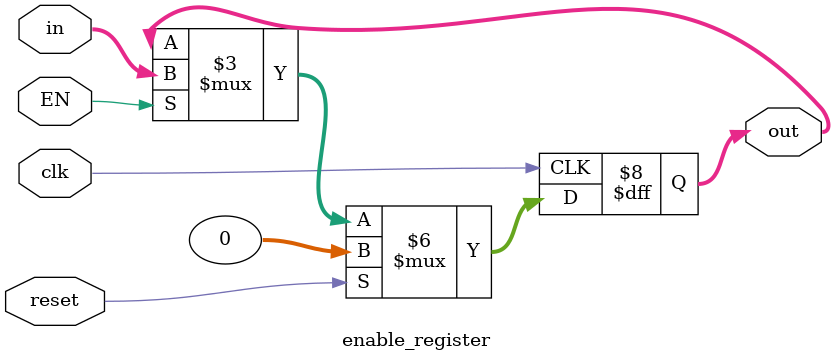
<source format=sv>
`timescale 1ns / 1ps

module enable_register (clk, reset, EN, in, out);
    input logic clk;
    input logic reset;
    input logic EN;
    input logic [31:0] in;
    output logic [31:0] out;

    always_ff @(posedge clk) begin
        if (reset) begin
            out <= 0;
        end else if (EN) begin
            out <= in;
        end else begin
            out <= out;
        end
    end
endmodule
</source>
